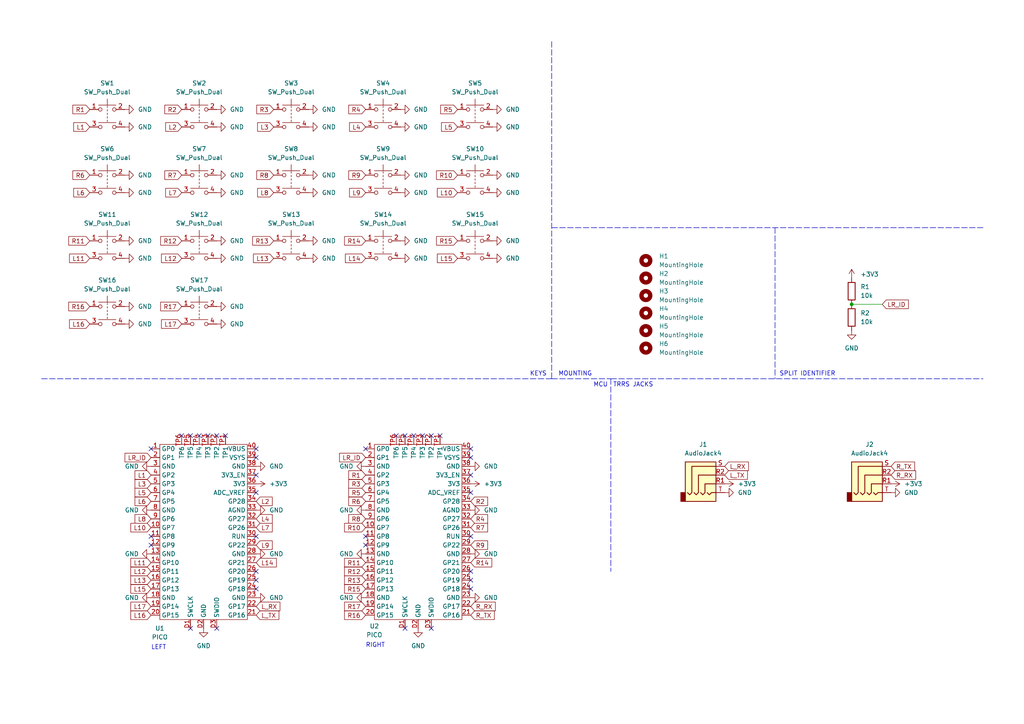
<source format=kicad_sch>
(kicad_sch (version 20210621) (generator eeschema)
  (paper "A4")
  (title_block (title "pinci") (date "2021-08-15") (rev "A") (comment 1 "The pinci keyboard is a split keyboard that utilizes PG1232 switches and the RP2040 MCU"))
  (lib_symbols
    (symbol "Connector:AudioJack4"
      (property "Reference" "J" (at 0 8.89 0))
      (property "Value" "AudioJack4" (at 0 6.35 0))
      (symbol "AudioJack4_0_1"
        (rectangle (start -6.35 -5.08) (end -7.62 -7.62) (stroke (width 0.254)) (fill (type outline)))
        (rectangle (start 2.54 3.81) (end -6.35 -7.62) (stroke (width 0.254)) (fill (type background)))
        (polyline (pts (xy 0 -5.08) (xy 0.635 -5.715) (xy 1.27 -5.08) (xy 2.54 -5.08)) (stroke (width 0.254)))
        (polyline (pts (xy -5.715 -5.08) (xy -5.08 -5.715) (xy -4.445 -5.08) (xy -4.445 2.54) (xy 2.54 2.54)) (stroke (width 0.254)))
        (polyline (pts (xy -1.905 -5.08) (xy -1.27 -5.715) (xy -0.635 -5.08) (xy -0.635 -2.54) (xy 2.54 -2.54)) (stroke (width 0.254)))
        (polyline (pts (xy 2.54 0) (xy -2.54 0) (xy -2.54 -5.08) (xy -3.175 -5.715) (xy -3.81 -5.08)) (stroke (width 0.254)))
      )
      (symbol "AudioJack4_1_1"
        (pin passive line (at 5.08 -2.54 180) (length 2.54) (name "~") (number "R1"))
        (pin passive line (at 5.08 0 180) (length 2.54) (name "~") (number "R2"))
        (pin passive line (at 5.08 2.54 180) (length 2.54) (name "~") (number "S"))
        (pin passive line (at 5.08 -5.08 180) (length 2.54) (name "~") (number "T"))
      )
    )
    (symbol "Device:R" (pin_numbers hide) (pin_names (offset 0))
      (property "Reference" "R" (at 2.032 0 90))
      (property "Value" "R" (at 0 0 90))
      (symbol "R_0_1"
        (rectangle (start -1.016 -2.54) (end 1.016 2.54) (stroke (width 0.254)))
      )
      (symbol "R_1_1"
        (pin passive line (at 0 3.81 270) (length 1.27) (name "~") (number "1"))
        (pin passive line (at 0 -3.81 90) (length 1.27) (name "~") (number "2"))
      )
    )
    (symbol "Mechanical:MountingHole" (pin_names (offset 1.016))
      (property "Reference" "H" (at 0 5.08 0))
      (property "Value" "MountingHole" (at 0 3.175 0))
      (symbol "MountingHole_0_1"
        (circle (center 0 0) (radius 1.27) (stroke (width 1.27)))
      )
    )
    (symbol "Switch:SW_Push_Dual" (pin_names (offset 1.016) hide)
      (property "Reference" "SW" (at 1.27 2.54 0))
      (property "Value" "SW_Push_Dual" (at 0 -6.858 0))
      (symbol "SW_Push_Dual_0_1"
        (circle (center -2.032 -5.08) (radius 0.508))
        (circle (center -2.032 0) (radius 0.508))
        (circle (center 2.032 -5.08) (radius 0.508))
        (circle (center 2.032 0) (radius 0.508))
        (polyline (pts (xy 0 -3.048) (xy 0 -3.556)))
        (polyline (pts (xy 0 -2.032) (xy 0 -2.54)))
        (polyline (pts (xy 0 -1.524) (xy 0 -1.016)))
        (polyline (pts (xy 0 -0.508) (xy 0 0)))
        (polyline (pts (xy 0 0.508) (xy 0 1.016)))
        (polyline (pts (xy 0 1.27) (xy 0 3.048)))
        (polyline (pts (xy 2.54 -3.81) (xy -2.54 -3.81)))
        (polyline (pts (xy 2.54 1.27) (xy -2.54 1.27)))
        (pin passive line (at -5.08 0 0) (length 2.54) (name "1") (number "1"))
        (pin passive line (at 5.08 0 180) (length 2.54) (name "2") (number "2"))
        (pin passive line (at -5.08 -5.08 0) (length 2.54) (name "3") (number "3"))
        (pin passive line (at 5.08 -5.08 180) (length 2.54) (name "4") (number "4"))
      )
    )
    (symbol "modules:PICO"
      (property "Reference" "U" (at -12.7 -55.88 0))
      (property "Value" "PICO" (at -12.7 -53.34 0))
      (symbol "PICO_0_1"
        (rectangle (start -12.7 0) (end 12.7 -50.8) (stroke (width 0.1524)))
      )
      (symbol "PICO_1_1"
        (pin input line (at -15.24 -1.27 0) (length 2.54) (name "GP0") (number "1"))
        (pin input line (at -15.24 -24.13 0) (length 2.54) (name "GP7") (number "10"))
        (pin input line (at -15.24 -26.67 0) (length 2.54) (name "GP8") (number "11"))
        (pin input line (at -15.24 -29.21 0) (length 2.54) (name "GP9") (number "12"))
        (pin input line (at -15.24 -31.75 0) (length 2.54) (name "GND") (number "13"))
        (pin input line (at -15.24 -34.29 0) (length 2.54) (name "GP10") (number "14"))
        (pin input line (at -15.24 -36.83 0) (length 2.54) (name "GP11") (number "15"))
        (pin input line (at -15.24 -39.37 0) (length 2.54) (name "GP12") (number "16"))
        (pin input line (at -15.24 -41.91 0) (length 2.54) (name "GP13") (number "17"))
        (pin input line (at -15.24 -44.45 0) (length 2.54) (name "GND") (number "18"))
        (pin input line (at -15.24 -46.99 0) (length 2.54) (name "GP14") (number "19"))
        (pin input line (at -15.24 -3.81 0) (length 2.54) (name "GP1") (number "2"))
        (pin input line (at -15.24 -49.53 0) (length 2.54) (name "GP15") (number "20"))
        (pin input line (at 15.24 -49.53 180) (length 2.54) (name "GP16") (number "21"))
        (pin input line (at 15.24 -46.99 180) (length 2.54) (name "GP17") (number "22"))
        (pin input line (at 15.24 -44.45 180) (length 2.54) (name "GND") (number "23"))
        (pin input line (at 15.24 -41.91 180) (length 2.54) (name "GP18") (number "24"))
        (pin input line (at 15.24 -39.37 180) (length 2.54) (name "GP19") (number "25"))
        (pin input line (at 15.24 -36.83 180) (length 2.54) (name "GP20") (number "26"))
        (pin input line (at 15.24 -34.29 180) (length 2.54) (name "GP21") (number "27"))
        (pin input line (at 15.24 -31.75 180) (length 2.54) (name "GND") (number "28"))
        (pin input line (at 15.24 -29.21 180) (length 2.54) (name "GP22") (number "29"))
        (pin input line (at -15.24 -6.35 0) (length 2.54) (name "GND") (number "3"))
        (pin input line (at 15.24 -26.67 180) (length 2.54) (name "RUN") (number "30"))
        (pin input line (at 15.24 -24.13 180) (length 2.54) (name "GP26") (number "31"))
        (pin input line (at 15.24 -21.59 180) (length 2.54) (name "GP27") (number "32"))
        (pin input line (at 15.24 -19.05 180) (length 2.54) (name "AGND") (number "33"))
        (pin input line (at 15.24 -16.51 180) (length 2.54) (name "GP28") (number "34"))
        (pin input line (at 15.24 -13.97 180) (length 2.54) (name "ADC_VREF") (number "35"))
        (pin input line (at 15.24 -11.43 180) (length 2.54) (name "3V3") (number "36"))
        (pin input line (at 15.24 -8.89 180) (length 2.54) (name "3V3_EN") (number "37"))
        (pin input line (at 15.24 -6.35 180) (length 2.54) (name "GND") (number "38"))
        (pin input line (at 15.24 -3.81 180) (length 2.54) (name "VSYS") (number "39"))
        (pin input line (at -15.24 -8.89 0) (length 2.54) (name "GP2") (number "4"))
        (pin input line (at 15.24 -1.27 180) (length 2.54) (name "VBUS") (number "40"))
        (pin input line (at -15.24 -11.43 0) (length 2.54) (name "GP3") (number "5"))
        (pin input line (at -15.24 -13.97 0) (length 2.54) (name "GP4") (number "6"))
        (pin input line (at -15.24 -16.51 0) (length 2.54) (name "GP5") (number "7"))
        (pin input line (at -15.24 -19.05 0) (length 2.54) (name "GND") (number "8"))
        (pin input line (at -15.24 -21.59 0) (length 2.54) (name "GP6") (number "9"))
        (pin input line (at -3.81 -53.34 90) (length 2.54) (name "SWCLK") (number "D1"))
        (pin input line (at 0 -53.34 90) (length 2.54) (name "GND") (number "D2"))
        (pin input line (at 3.81 -53.34 90) (length 2.54) (name "SWDIO") (number "D3"))
        (pin output line (at 6.35 2.54 270) (length 2.54) (name "TP1") (number "TP1"))
        (pin output line (at 3.81 2.54 270) (length 2.54) (name "TP2") (number "TP2"))
        (pin output line (at 1.27 2.54 270) (length 2.54) (name "TP3") (number "TP3"))
        (pin output line (at -1.27 2.54 270) (length 2.54) (name "TP4") (number "TP4"))
        (pin output line (at -3.81 2.54 270) (length 2.54) (name "TP5") (number "TP5"))
        (pin output line (at -6.35 2.54 270) (length 2.54) (name "TP6") (number "TP6"))
      )
    )
    (symbol "power:+3V3" (power) (pin_names (offset 0))
      (property "Value" "+3V3" (at 0 3.556 0))
      (symbol "+3V3_0_1"
        (polyline (pts (xy -0.762 1.27) (xy 0 2.54)))
        (polyline (pts (xy 0 0) (xy 0 2.54)))
        (polyline (pts (xy 0 2.54) (xy 0.762 1.27)))
      )
      (symbol "+3V3_1_1"
        (pin power_in line (at 0 0 90) (length 0) hide (name "+3V3") (number "1"))
      )
    )
    (symbol "power:GND" (power) (pin_names (offset 0))
      (property "Value" "GND" (at 0 -3.81 0))
      (symbol "GND_0_1"
        (polyline (pts (xy 0 0) (xy 0 -1.27) (xy 1.27 -1.27) (xy 0 -2.54) (xy -1.27 -1.27) (xy 0 -1.27)))
      )
      (symbol "GND_1_1"
        (pin power_in line (at 0 0 270) (length 0) hide (name "GND") (number "1"))
      )
    )
  )
  (junction (at 247.015 88.265) (diameter 0.9144))
  (no_connect (at 43.815 130.175))
  (no_connect (at 43.815 155.575))
  (no_connect (at 43.815 158.115))
  (no_connect (at 52.705 126.365))
  (no_connect (at 55.245 126.365))
  (no_connect (at 55.245 182.245))
  (no_connect (at 57.785 126.365))
  (no_connect (at 60.325 126.365))
  (no_connect (at 62.865 126.365))
  (no_connect (at 62.865 182.245))
  (no_connect (at 65.405 126.365))
  (no_connect (at 74.295 130.175))
  (no_connect (at 74.295 132.715))
  (no_connect (at 74.295 137.795))
  (no_connect (at 74.295 142.875))
  (no_connect (at 74.295 155.575))
  (no_connect (at 74.295 165.735))
  (no_connect (at 74.295 168.275))
  (no_connect (at 74.295 170.815))
  (no_connect (at 106.045 130.175))
  (no_connect (at 106.045 155.575))
  (no_connect (at 106.045 158.115))
  (no_connect (at 114.935 126.365))
  (no_connect (at 117.475 126.365))
  (no_connect (at 117.475 182.245))
  (no_connect (at 120.015 126.365))
  (no_connect (at 122.555 126.365))
  (no_connect (at 125.095 126.365))
  (no_connect (at 125.095 182.245))
  (no_connect (at 127.635 126.365))
  (no_connect (at 136.525 130.175))
  (no_connect (at 136.525 132.715))
  (no_connect (at 136.525 137.795))
  (no_connect (at 136.525 142.875))
  (no_connect (at 136.525 155.575))
  (no_connect (at 136.525 165.735))
  (no_connect (at 136.525 168.275))
  (no_connect (at 136.525 170.815))
  (wire (pts (xy 247.015 88.265) (xy 255.905 88.265)))
  (polyline (pts (xy 12.065 109.855) (xy 160.02 109.855)) (stroke (width 0) (type dash)))
  (polyline (pts (xy 160.02 12.065) (xy 160.02 109.855)) (stroke (width 0) (type dash)))
  (polyline (pts (xy 160.02 66.04) (xy 285.115 66.04)) (stroke (width 0) (type dash)))
  (polyline (pts (xy 160.02 109.855) (xy 177.165 109.855)) (stroke (width 0) (type dash)))
  (polyline (pts (xy 177.165 109.855) (xy 177.165 165.735)) (stroke (width 0) (type dash)))
  (polyline (pts (xy 177.165 109.855) (xy 285.115 109.855)) (stroke (width 0) (type dash)))
  (polyline (pts (xy 224.79 66.04) (xy 224.79 109.855)) (stroke (width 0) (type dash)))
  (text "LEFT" (at 43.815 188.595 0) (effects (font (size 1.27 1.27)) (justify left bottom)))
  (text "RIGHT" (at 106.045 187.96 0) (effects (font (size 1.27 1.27)) (justify left bottom)))
  (text "KEYS" (at 153.67 109.22 0) (effects (font (size 1.27 1.27)) (justify left bottom)))
  (text "MOUNTING" (at 161.925 109.22 0) (effects (font (size 1.27 1.27)) (justify left bottom)))
  (text "MCU" (at 172.085 112.395 0) (effects (font (size 1.27 1.27)) (justify left bottom)))
  (text "TRRS JACKS" (at 177.8 112.395 0) (effects (font (size 1.27 1.27)) (justify left bottom)))
  (text "SPLIT IDENTIFIER" (at 226.06 109.22 0) (effects (font (size 1.27 1.27)) (justify left bottom)))
  (global_label "R1" (shape input) (at 26.035 31.75 180) (property "Intersheet References" "${INTERSHEET_REFS}" (effects hide)))
  (global_label "L1" (shape input) (at 26.035 36.83 180) (property "Intersheet References" "${INTERSHEET_REFS}" (effects hide)))
  (global_label "R6" (shape input) (at 26.035 50.8 180) (property "Intersheet References" "${INTERSHEET_REFS}" (effects hide)))
  (global_label "L6" (shape input) (at 26.035 55.88 180) (property "Intersheet References" "${INTERSHEET_REFS}" (effects hide)))
  (global_label "R11" (shape input) (at 26.035 69.85 180) (property "Intersheet References" "${INTERSHEET_REFS}" (effects hide)))
  (global_label "L11" (shape input) (at 26.035 74.93 180) (property "Intersheet References" "${INTERSHEET_REFS}" (effects hide)))
  (global_label "R16" (shape input) (at 26.035 88.9 180) (property "Intersheet References" "${INTERSHEET_REFS}" (effects hide)))
  (global_label "L16" (shape input) (at 26.035 93.98 180) (property "Intersheet References" "${INTERSHEET_REFS}" (effects hide)))
  (global_label "LR_ID" (shape input) (at 43.815 132.715 180) (property "Intersheet References" "${INTERSHEET_REFS}" (effects hide)))
  (global_label "L1" (shape input) (at 43.815 137.795 180) (property "Intersheet References" "${INTERSHEET_REFS}" (effects hide)))
  (global_label "L3" (shape input) (at 43.815 140.335 180) (property "Intersheet References" "${INTERSHEET_REFS}" (effects hide)))
  (global_label "L5" (shape input) (at 43.815 142.875 180) (property "Intersheet References" "${INTERSHEET_REFS}" (effects hide)))
  (global_label "L6" (shape input) (at 43.815 145.415 180) (property "Intersheet References" "${INTERSHEET_REFS}" (effects hide)))
  (global_label "L8" (shape input) (at 43.815 150.495 180) (property "Intersheet References" "${INTERSHEET_REFS}" (effects hide)))
  (global_label "L10" (shape input) (at 43.815 153.035 180) (property "Intersheet References" "${INTERSHEET_REFS}" (effects hide)))
  (global_label "L11" (shape input) (at 43.815 163.195 180) (property "Intersheet References" "${INTERSHEET_REFS}" (effects hide)))
  (global_label "L12" (shape input) (at 43.815 165.735 180) (property "Intersheet References" "${INTERSHEET_REFS}" (effects hide)))
  (global_label "L13" (shape input) (at 43.815 168.275 180) (property "Intersheet References" "${INTERSHEET_REFS}" (effects hide)))
  (global_label "L15" (shape input) (at 43.815 170.815 180) (property "Intersheet References" "${INTERSHEET_REFS}" (effects hide)))
  (global_label "L17" (shape input) (at 43.815 175.895 180) (property "Intersheet References" "${INTERSHEET_REFS}" (effects hide)))
  (global_label "L16" (shape input) (at 43.815 178.435 180) (property "Intersheet References" "${INTERSHEET_REFS}" (effects hide)))
  (global_label "R2" (shape input) (at 52.705 31.75 180) (property "Intersheet References" "${INTERSHEET_REFS}" (effects hide)))
  (global_label "L2" (shape input) (at 52.705 36.83 180) (property "Intersheet References" "${INTERSHEET_REFS}" (effects hide)))
  (global_label "R7" (shape input) (at 52.705 50.8 180) (property "Intersheet References" "${INTERSHEET_REFS}" (effects hide)))
  (global_label "L7" (shape input) (at 52.705 55.88 180) (property "Intersheet References" "${INTERSHEET_REFS}" (effects hide)))
  (global_label "R12" (shape input) (at 52.705 69.85 180) (property "Intersheet References" "${INTERSHEET_REFS}" (effects hide)))
  (global_label "L12" (shape input) (at 52.705 74.93 180) (property "Intersheet References" "${INTERSHEET_REFS}" (effects hide)))
  (global_label "R17" (shape input) (at 52.705 88.9 180) (property "Intersheet References" "${INTERSHEET_REFS}" (effects hide)))
  (global_label "L17" (shape input) (at 52.705 93.98 180) (property "Intersheet References" "${INTERSHEET_REFS}" (effects hide)))
  (global_label "L2" (shape input) (at 74.295 145.415 0) (property "Intersheet References" "${INTERSHEET_REFS}" (effects hide)))
  (global_label "L4" (shape input) (at 74.295 150.495 0) (property "Intersheet References" "${INTERSHEET_REFS}" (effects hide)))
  (global_label "L7" (shape input) (at 74.295 153.035 0) (property "Intersheet References" "${INTERSHEET_REFS}" (effects hide)))
  (global_label "L9" (shape input) (at 74.295 158.115 0) (property "Intersheet References" "${INTERSHEET_REFS}" (effects hide)))
  (global_label "L14" (shape input) (at 74.295 163.195 0) (property "Intersheet References" "${INTERSHEET_REFS}" (effects hide)))
  (global_label "L_RX" (shape input) (at 74.295 175.895 0) (property "Intersheet References" "${INTERSHEET_REFS}" (effects hide)))
  (global_label "L_TX" (shape input) (at 74.295 178.435 0) (property "Intersheet References" "${INTERSHEET_REFS}" (effects hide)))
  (global_label "R3" (shape input) (at 79.375 31.75 180) (property "Intersheet References" "${INTERSHEET_REFS}" (effects hide)))
  (global_label "L3" (shape input) (at 79.375 36.83 180) (property "Intersheet References" "${INTERSHEET_REFS}" (effects hide)))
  (global_label "R8" (shape input) (at 79.375 50.8 180) (property "Intersheet References" "${INTERSHEET_REFS}" (effects hide)))
  (global_label "L8" (shape input) (at 79.375 55.88 180) (property "Intersheet References" "${INTERSHEET_REFS}" (effects hide)))
  (global_label "R13" (shape input) (at 79.375 69.85 180) (property "Intersheet References" "${INTERSHEET_REFS}" (effects hide)))
  (global_label "L13" (shape input) (at 79.375 74.93 180) (property "Intersheet References" "${INTERSHEET_REFS}" (effects hide)))
  (global_label "R4" (shape input) (at 106.045 31.75 180) (property "Intersheet References" "${INTERSHEET_REFS}" (effects hide)))
  (global_label "L4" (shape input) (at 106.045 36.83 180) (property "Intersheet References" "${INTERSHEET_REFS}" (effects hide)))
  (global_label "R9" (shape input) (at 106.045 50.8 180) (property "Intersheet References" "${INTERSHEET_REFS}" (effects hide)))
  (global_label "L9" (shape input) (at 106.045 55.88 180) (property "Intersheet References" "${INTERSHEET_REFS}" (effects hide)))
  (global_label "R14" (shape input) (at 106.045 69.85 180) (property "Intersheet References" "${INTERSHEET_REFS}" (effects hide)))
  (global_label "L14" (shape input) (at 106.045 74.93 180) (property "Intersheet References" "${INTERSHEET_REFS}" (effects hide)))
  (global_label "LR_ID" (shape input) (at 106.045 132.715 180) (property "Intersheet References" "${INTERSHEET_REFS}" (effects hide)))
  (global_label "R1" (shape input) (at 106.045 137.795 180) (property "Intersheet References" "${INTERSHEET_REFS}" (effects hide)))
  (global_label "R3" (shape input) (at 106.045 140.335 180) (property "Intersheet References" "${INTERSHEET_REFS}" (effects hide)))
  (global_label "R5" (shape input) (at 106.045 142.875 180) (property "Intersheet References" "${INTERSHEET_REFS}" (effects hide)))
  (global_label "R6" (shape input) (at 106.045 145.415 180) (property "Intersheet References" "${INTERSHEET_REFS}" (effects hide)))
  (global_label "R8" (shape input) (at 106.045 150.495 180) (property "Intersheet References" "${INTERSHEET_REFS}" (effects hide)))
  (global_label "R10" (shape input) (at 106.045 153.035 180) (property "Intersheet References" "${INTERSHEET_REFS}" (effects hide)))
  (global_label "R11" (shape input) (at 106.045 163.195 180) (property "Intersheet References" "${INTERSHEET_REFS}" (effects hide)))
  (global_label "R12" (shape input) (at 106.045 165.735 180) (property "Intersheet References" "${INTERSHEET_REFS}" (effects hide)))
  (global_label "R13" (shape input) (at 106.045 168.275 180) (property "Intersheet References" "${INTERSHEET_REFS}" (effects hide)))
  (global_label "R15" (shape input) (at 106.045 170.815 180) (property "Intersheet References" "${INTERSHEET_REFS}" (effects hide)))
  (global_label "R17" (shape input) (at 106.045 175.895 180) (property "Intersheet References" "${INTERSHEET_REFS}" (effects hide)))
  (global_label "R16" (shape input) (at 106.045 178.435 180) (property "Intersheet References" "${INTERSHEET_REFS}" (effects hide)))
  (global_label "R5" (shape input) (at 132.715 31.75 180) (property "Intersheet References" "${INTERSHEET_REFS}" (effects hide)))
  (global_label "L5" (shape input) (at 132.715 36.83 180) (property "Intersheet References" "${INTERSHEET_REFS}" (effects hide)))
  (global_label "R10" (shape input) (at 132.715 50.8 180) (property "Intersheet References" "${INTERSHEET_REFS}" (effects hide)))
  (global_label "L10" (shape input) (at 132.715 55.88 180) (property "Intersheet References" "${INTERSHEET_REFS}" (effects hide)))
  (global_label "R15" (shape input) (at 132.715 69.85 180) (property "Intersheet References" "${INTERSHEET_REFS}" (effects hide)))
  (global_label "L15" (shape input) (at 132.715 74.93 180) (property "Intersheet References" "${INTERSHEET_REFS}" (effects hide)))
  (global_label "R2" (shape input) (at 136.525 145.415 0) (property "Intersheet References" "${INTERSHEET_REFS}" (effects hide)))
  (global_label "R4" (shape input) (at 136.525 150.495 0) (property "Intersheet References" "${INTERSHEET_REFS}" (effects hide)))
  (global_label "R7" (shape input) (at 136.525 153.035 0) (property "Intersheet References" "${INTERSHEET_REFS}" (effects hide)))
  (global_label "R9" (shape input) (at 136.525 158.115 0) (property "Intersheet References" "${INTERSHEET_REFS}" (effects hide)))
  (global_label "R14" (shape input) (at 136.525 163.195 0) (property "Intersheet References" "${INTERSHEET_REFS}" (effects hide)))
  (global_label "R_RX" (shape input) (at 136.525 175.895 0) (property "Intersheet References" "${INTERSHEET_REFS}" (effects hide)))
  (global_label "R_TX" (shape input) (at 136.525 178.435 0) (property "Intersheet References" "${INTERSHEET_REFS}" (effects hide)))
  (global_label "L_RX" (shape input) (at 210.185 135.255 0) (property "Intersheet References" "${INTERSHEET_REFS}" (effects hide)))
  (global_label "L_TX" (shape input) (at 210.185 137.795 0) (property "Intersheet References" "${INTERSHEET_REFS}" (effects hide)))
  (global_label "LR_ID" (shape input) (at 255.905 88.265 0) (property "Intersheet References" "${INTERSHEET_REFS}" (effects hide)))
  (global_label "R_TX" (shape input) (at 258.445 135.255 0) (property "Intersheet References" "${INTERSHEET_REFS}" (effects hide)))
  (global_label "R_RX" (shape input) (at 258.445 137.795 0) (property "Intersheet References" "${INTERSHEET_REFS}" (effects hide)))
  (symbol (lib_id "power:+3V3") (at 74.295 140.335 270) (unit 1)
    (property "Reference" "#PWR05" (effects hide))
    (property "Value" "+3V3" (at 78.105 140.3349 90) (effects (justify left)))
  )
  (symbol (lib_id "power:+3V3") (at 136.525 140.335 270) (unit 1)
    (property "Reference" "#PWR06" (effects hide))
    (property "Value" "+3V3" (at 140.335 140.3349 90) (effects (justify left)))
  )
  (symbol (lib_id "power:+3V3") (at 210.185 140.335 270) (unit 1)
    (property "Reference" "#PWR022" (effects hide))
    (property "Value" "+3V3" (at 213.995 140.3349 90) (effects (justify left)))
  )
  (symbol (lib_id "power:+3V3") (at 247.015 80.645 0) (unit 1)
    (property "Reference" "#PWR021" (effects hide))
    (property "Value" "+3V3" (at 249.555 79.5654 0) (effects (justify left)))
  )
  (symbol (lib_id "power:+3V3") (at 258.445 140.335 270) (unit 1)
    (property "Reference" "#PWR023" (effects hide))
    (property "Value" "+3V3" (at 262.255 140.3349 90) (effects (justify left)))
  )
  (symbol (lib_id "power:GND") (at 36.195 31.75 90) (unit 1)
    (property "Reference" "#PWR027" (effects hide))
    (property "Value" "GND" (at 40.005 31.7499 90) (effects (justify right)))
  )
  (symbol (lib_id "power:GND") (at 36.195 36.83 90) (unit 1)
    (property "Reference" "#PWR032" (effects hide))
    (property "Value" "GND" (at 40.005 36.8299 90) (effects (justify right)))
  )
  (symbol (lib_id "power:GND") (at 36.195 50.8 90) (unit 1)
    (property "Reference" "#PWR037" (effects hide))
    (property "Value" "GND" (at 40.005 50.7999 90) (effects (justify right)))
  )
  (symbol (lib_id "power:GND") (at 36.195 55.88 90) (unit 1)
    (property "Reference" "#PWR042" (effects hide))
    (property "Value" "GND" (at 40.005 55.8799 90) (effects (justify right)))
  )
  (symbol (lib_id "power:GND") (at 36.195 69.85 90) (unit 1)
    (property "Reference" "#PWR047" (effects hide))
    (property "Value" "GND" (at 40.005 69.8499 90) (effects (justify right)))
  )
  (symbol (lib_id "power:GND") (at 36.195 74.93 90) (unit 1)
    (property "Reference" "#PWR052" (effects hide))
    (property "Value" "GND" (at 40.005 74.9299 90) (effects (justify right)))
  )
  (symbol (lib_id "power:GND") (at 36.195 88.9 90) (unit 1)
    (property "Reference" "#PWR057" (effects hide))
    (property "Value" "GND" (at 40.005 88.8999 90) (effects (justify right)))
  )
  (symbol (lib_id "power:GND") (at 36.195 93.98 90) (unit 1)
    (property "Reference" "#PWR059" (effects hide))
    (property "Value" "GND" (at 40.005 93.9799 90) (effects (justify right)))
  )
  (symbol (lib_id "power:GND") (at 43.815 135.255 270) (unit 1)
    (property "Reference" "#PWR01" (effects hide))
    (property "Value" "GND" (at 36.195 135.2549 90) (effects (justify left)))
  )
  (symbol (lib_id "power:GND") (at 43.815 147.955 270) (unit 1)
    (property "Reference" "#PWR07" (effects hide))
    (property "Value" "GND" (at 36.195 147.9549 90) (effects (justify left)))
  )
  (symbol (lib_id "power:GND") (at 43.815 160.655 270) (unit 1)
    (property "Reference" "#PWR011" (effects hide))
    (property "Value" "GND" (at 36.195 160.6549 90) (effects (justify left)))
  )
  (symbol (lib_id "power:GND") (at 43.815 173.355 270) (unit 1)
    (property "Reference" "#PWR015" (effects hide))
    (property "Value" "GND" (at 36.195 173.3549 90) (effects (justify left)))
  )
  (symbol (lib_id "power:GND") (at 59.055 182.245 0) (unit 1)
    (property "Reference" "#PWR019" (effects hide))
    (property "Value" "GND" (at 59.055 187.325 0))
  )
  (symbol (lib_id "power:GND") (at 62.865 31.75 90) (unit 1)
    (property "Reference" "#PWR028" (effects hide))
    (property "Value" "GND" (at 66.675 31.7499 90) (effects (justify right)))
  )
  (symbol (lib_id "power:GND") (at 62.865 36.83 90) (unit 1)
    (property "Reference" "#PWR033" (effects hide))
    (property "Value" "GND" (at 66.675 36.8299 90) (effects (justify right)))
  )
  (symbol (lib_id "power:GND") (at 62.865 50.8 90) (unit 1)
    (property "Reference" "#PWR038" (effects hide))
    (property "Value" "GND" (at 66.675 50.7999 90) (effects (justify right)))
  )
  (symbol (lib_id "power:GND") (at 62.865 55.88 90) (unit 1)
    (property "Reference" "#PWR043" (effects hide))
    (property "Value" "GND" (at 66.675 55.8799 90) (effects (justify right)))
  )
  (symbol (lib_id "power:GND") (at 62.865 69.85 90) (unit 1)
    (property "Reference" "#PWR048" (effects hide))
    (property "Value" "GND" (at 66.675 69.8499 90) (effects (justify right)))
  )
  (symbol (lib_id "power:GND") (at 62.865 74.93 90) (unit 1)
    (property "Reference" "#PWR053" (effects hide))
    (property "Value" "GND" (at 66.675 74.9299 90) (effects (justify right)))
  )
  (symbol (lib_id "power:GND") (at 62.865 88.9 90) (unit 1)
    (property "Reference" "#PWR058" (effects hide))
    (property "Value" "GND" (at 66.675 88.8999 90) (effects (justify right)))
  )
  (symbol (lib_id "power:GND") (at 62.865 93.98 90) (unit 1)
    (property "Reference" "#PWR060" (effects hide))
    (property "Value" "GND" (at 66.675 93.9799 90) (effects (justify right)))
  )
  (symbol (lib_id "power:GND") (at 74.295 135.255 90) (unit 1)
    (property "Reference" "#PWR02" (effects hide))
    (property "Value" "GND" (at 78.105 135.2549 90) (effects (justify right)))
  )
  (symbol (lib_id "power:GND") (at 74.295 147.955 90) (unit 1)
    (property "Reference" "#PWR08" (effects hide))
    (property "Value" "GND" (at 78.105 147.9549 90) (effects (justify right)))
  )
  (symbol (lib_id "power:GND") (at 74.295 160.655 90) (unit 1)
    (property "Reference" "#PWR012" (effects hide))
    (property "Value" "GND" (at 78.105 160.6549 90) (effects (justify right)))
  )
  (symbol (lib_id "power:GND") (at 74.295 173.355 90) (unit 1)
    (property "Reference" "#PWR016" (effects hide))
    (property "Value" "GND" (at 78.105 173.3549 90) (effects (justify right)))
  )
  (symbol (lib_id "power:GND") (at 89.535 31.75 90) (unit 1)
    (property "Reference" "#PWR029" (effects hide))
    (property "Value" "GND" (at 93.345 31.7499 90) (effects (justify right)))
  )
  (symbol (lib_id "power:GND") (at 89.535 36.83 90) (unit 1)
    (property "Reference" "#PWR034" (effects hide))
    (property "Value" "GND" (at 93.345 36.8299 90) (effects (justify right)))
  )
  (symbol (lib_id "power:GND") (at 89.535 50.8 90) (unit 1)
    (property "Reference" "#PWR039" (effects hide))
    (property "Value" "GND" (at 93.345 50.7999 90) (effects (justify right)))
  )
  (symbol (lib_id "power:GND") (at 89.535 55.88 90) (unit 1)
    (property "Reference" "#PWR044" (effects hide))
    (property "Value" "GND" (at 93.345 55.8799 90) (effects (justify right)))
  )
  (symbol (lib_id "power:GND") (at 89.535 69.85 90) (unit 1)
    (property "Reference" "#PWR049" (effects hide))
    (property "Value" "GND" (at 93.345 69.8499 90) (effects (justify right)))
  )
  (symbol (lib_id "power:GND") (at 89.535 74.93 90) (unit 1)
    (property "Reference" "#PWR054" (effects hide))
    (property "Value" "GND" (at 93.345 74.9299 90) (effects (justify right)))
  )
  (symbol (lib_id "power:GND") (at 106.045 135.255 270) (unit 1)
    (property "Reference" "#PWR03" (effects hide))
    (property "Value" "GND" (at 98.425 135.2549 90) (effects (justify left)))
  )
  (symbol (lib_id "power:GND") (at 106.045 147.955 270) (unit 1)
    (property "Reference" "#PWR09" (effects hide))
    (property "Value" "GND" (at 98.425 147.9549 90) (effects (justify left)))
  )
  (symbol (lib_id "power:GND") (at 106.045 160.655 270) (unit 1)
    (property "Reference" "#PWR013" (effects hide))
    (property "Value" "GND" (at 98.425 160.6549 90) (effects (justify left)))
  )
  (symbol (lib_id "power:GND") (at 106.045 173.355 270) (unit 1)
    (property "Reference" "#PWR017" (effects hide))
    (property "Value" "GND" (at 98.425 173.3549 90) (effects (justify left)))
  )
  (symbol (lib_id "power:GND") (at 116.205 31.75 90) (unit 1)
    (property "Reference" "#PWR030" (effects hide))
    (property "Value" "GND" (at 120.015 31.7499 90) (effects (justify right)))
  )
  (symbol (lib_id "power:GND") (at 116.205 36.83 90) (unit 1)
    (property "Reference" "#PWR035" (effects hide))
    (property "Value" "GND" (at 120.015 36.8299 90) (effects (justify right)))
  )
  (symbol (lib_id "power:GND") (at 116.205 50.8 90) (unit 1)
    (property "Reference" "#PWR040" (effects hide))
    (property "Value" "GND" (at 120.015 50.7999 90) (effects (justify right)))
  )
  (symbol (lib_id "power:GND") (at 116.205 55.88 90) (unit 1)
    (property "Reference" "#PWR045" (effects hide))
    (property "Value" "GND" (at 120.015 55.8799 90) (effects (justify right)))
  )
  (symbol (lib_id "power:GND") (at 116.205 69.85 90) (unit 1)
    (property "Reference" "#PWR050" (effects hide))
    (property "Value" "GND" (at 120.015 69.8499 90) (effects (justify right)))
  )
  (symbol (lib_id "power:GND") (at 116.205 74.93 90) (unit 1)
    (property "Reference" "#PWR055" (effects hide))
    (property "Value" "GND" (at 120.015 74.9299 90) (effects (justify right)))
  )
  (symbol (lib_id "power:GND") (at 121.285 182.245 0) (unit 1)
    (property "Reference" "#PWR020" (effects hide))
    (property "Value" "GND" (at 121.285 187.325 0))
  )
  (symbol (lib_id "power:GND") (at 136.525 135.255 90) (unit 1)
    (property "Reference" "#PWR04" (effects hide))
    (property "Value" "GND" (at 140.335 135.2549 90) (effects (justify right)))
  )
  (symbol (lib_id "power:GND") (at 136.525 147.955 90) (unit 1)
    (property "Reference" "#PWR010" (effects hide))
    (property "Value" "GND" (at 140.335 147.9549 90) (effects (justify right)))
  )
  (symbol (lib_id "power:GND") (at 136.525 160.655 90) (unit 1)
    (property "Reference" "#PWR014" (effects hide))
    (property "Value" "GND" (at 140.335 160.6549 90) (effects (justify right)))
  )
  (symbol (lib_id "power:GND") (at 136.525 173.355 90) (unit 1)
    (property "Reference" "#PWR018" (effects hide))
    (property "Value" "GND" (at 140.335 173.3549 90) (effects (justify right)))
  )
  (symbol (lib_id "power:GND") (at 142.875 31.75 90) (unit 1)
    (property "Reference" "#PWR031" (effects hide))
    (property "Value" "GND" (at 146.685 31.7499 90) (effects (justify right)))
  )
  (symbol (lib_id "power:GND") (at 142.875 36.83 90) (unit 1)
    (property "Reference" "#PWR036" (effects hide))
    (property "Value" "GND" (at 146.685 36.8299 90) (effects (justify right)))
  )
  (symbol (lib_id "power:GND") (at 142.875 50.8 90) (unit 1)
    (property "Reference" "#PWR041" (effects hide))
    (property "Value" "GND" (at 146.685 50.7999 90) (effects (justify right)))
  )
  (symbol (lib_id "power:GND") (at 142.875 55.88 90) (unit 1)
    (property "Reference" "#PWR046" (effects hide))
    (property "Value" "GND" (at 146.685 55.8799 90) (effects (justify right)))
  )
  (symbol (lib_id "power:GND") (at 142.875 69.85 90) (unit 1)
    (property "Reference" "#PWR051" (effects hide))
    (property "Value" "GND" (at 146.685 69.8499 90) (effects (justify right)))
  )
  (symbol (lib_id "power:GND") (at 142.875 74.93 90) (unit 1)
    (property "Reference" "#PWR056" (effects hide))
    (property "Value" "GND" (at 146.685 74.9299 90) (effects (justify right)))
  )
  (symbol (lib_id "power:GND") (at 210.185 142.875 90) (unit 1)
    (property "Reference" "#PWR024" (effects hide))
    (property "Value" "GND" (at 213.995 142.8749 90) (effects (justify right)))
  )
  (symbol (lib_id "power:GND") (at 247.015 95.885 0) (unit 1)
    (property "Reference" "#PWR026" (effects hide))
    (property "Value" "GND" (at 247.015 100.965 0))
  )
  (symbol (lib_id "power:GND") (at 258.445 142.875 90) (unit 1)
    (property "Reference" "#PWR025" (effects hide))
    (property "Value" "GND" (at 262.255 142.8749 90) (effects (justify right)))
  )
  (symbol (lib_id "Mechanical:MountingHole") (at 187.325 75.565 0) (unit 1)
    (property "Reference" "H1" (at 191.135 74.2949 0) (effects (justify left)))
    (property "Value" "MountingHole" (at 191.135 76.8349 0) (effects (justify left)))
    (property "Footprint" "mounting:90611A112_Screw_Mount_Nut" (effects hide))
  )
  (symbol (lib_id "Mechanical:MountingHole") (at 187.325 80.645 0) (unit 1)
    (property "Reference" "H2" (at 191.135 79.3749 0) (effects (justify left)))
    (property "Value" "MountingHole" (at 191.135 81.9149 0) (effects (justify left)))
    (property "Footprint" "mounting:90611A112_Screw_Mount_Nut" (effects hide))
  )
  (symbol (lib_id "Mechanical:MountingHole") (at 187.325 85.725 0) (unit 1)
    (property "Reference" "H3" (at 191.135 84.4549 0) (effects (justify left)))
    (property "Value" "MountingHole" (at 191.135 86.9949 0) (effects (justify left)))
    (property "Footprint" "mounting:M2_Hole" (effects hide))
  )
  (symbol (lib_id "Mechanical:MountingHole") (at 187.325 90.805 0) (unit 1)
    (property "Reference" "H4" (at 191.135 89.5349 0) (effects (justify left)))
    (property "Value" "MountingHole" (at 191.135 92.0749 0) (effects (justify left)))
    (property "Footprint" "mounting:M2_Hole" (effects hide))
  )
  (symbol (lib_id "Mechanical:MountingHole") (at 187.325 95.885 0) (unit 1)
    (property "Reference" "H5" (at 191.135 94.6149 0) (effects (justify left)))
    (property "Value" "MountingHole" (at 191.135 97.1549 0) (effects (justify left)))
    (property "Footprint" "mounting:M2_Hole" (effects hide))
  )
  (symbol (lib_id "Mechanical:MountingHole") (at 187.325 100.965 0) (unit 1)
    (property "Reference" "H6" (at 191.135 99.6949 0) (effects (justify left)))
    (property "Value" "MountingHole" (at 191.135 102.2349 0) (effects (justify left)))
    (property "Footprint" "mounting:M2_Hole" (effects hide))
  )
  (symbol (lib_id "Device:R") (at 247.015 84.455 180) (unit 1)
    (property "Reference" "R1" (at 249.555 83.1849 0) (effects (justify right)))
    (property "Value" "10k" (at 249.555 85.7249 0) (effects (justify right)))
    (property "Footprint" "Resistor_SMD:R_1206_3216Metric_Pad1.30x1.75mm_HandSolder" (effects hide))
  )
  (symbol (lib_id "Device:R") (at 247.015 92.075 180) (unit 1)
    (property "Reference" "R2" (at 249.555 90.8049 0) (effects (justify right)))
    (property "Value" "10k" (at 249.555 93.3449 0) (effects (justify right)))
    (property "Footprint" "Resistor_SMD:R_1206_3216Metric_Pad1.30x1.75mm_HandSolder" (effects hide))
  )
  (symbol (lib_id "Switch:SW_Push_Dual") (at 31.115 31.75 0) (unit 1)
    (property "Reference" "SW1" (at 31.115 24.13 0))
    (property "Value" "SW_Push_Dual" (at 31.115 26.67 0))
    (property "Footprint" "switches:Kailh_PG1232" (effects hide))
  )
  (symbol (lib_id "Switch:SW_Push_Dual") (at 31.115 50.8 0) (unit 1)
    (property "Reference" "SW6" (at 31.115 43.18 0))
    (property "Value" "SW_Push_Dual" (at 31.115 45.72 0))
    (property "Footprint" "switches:Kailh_PG1232" (effects hide))
  )
  (symbol (lib_id "Switch:SW_Push_Dual") (at 31.115 69.85 0) (unit 1)
    (property "Reference" "SW11" (at 31.115 62.23 0))
    (property "Value" "SW_Push_Dual" (at 31.115 64.77 0))
    (property "Footprint" "switches:Kailh_PG1232" (effects hide))
  )
  (symbol (lib_id "Switch:SW_Push_Dual") (at 31.115 88.9 0) (unit 1)
    (property "Reference" "SW16" (at 31.115 81.28 0))
    (property "Value" "SW_Push_Dual" (at 31.115 83.82 0))
    (property "Footprint" "switches:Kailh_PG1232" (effects hide))
  )
  (symbol (lib_id "Switch:SW_Push_Dual") (at 57.785 31.75 0) (unit 1)
    (property "Reference" "SW2" (at 57.785 24.13 0))
    (property "Value" "SW_Push_Dual" (at 57.785 26.67 0))
    (property "Footprint" "switches:Kailh_PG1232" (effects hide))
  )
  (symbol (lib_id "Switch:SW_Push_Dual") (at 57.785 50.8 0) (unit 1)
    (property "Reference" "SW7" (at 57.785 43.18 0))
    (property "Value" "SW_Push_Dual" (at 57.785 45.72 0))
    (property "Footprint" "switches:Kailh_PG1232" (effects hide))
  )
  (symbol (lib_id "Switch:SW_Push_Dual") (at 57.785 69.85 0) (unit 1)
    (property "Reference" "SW12" (at 57.785 62.23 0))
    (property "Value" "SW_Push_Dual" (at 57.785 64.77 0))
    (property "Footprint" "switches:Kailh_PG1232" (effects hide))
  )
  (symbol (lib_id "Switch:SW_Push_Dual") (at 57.785 88.9 0) (unit 1)
    (property "Reference" "SW17" (at 57.785 81.28 0))
    (property "Value" "SW_Push_Dual" (at 57.785 83.82 0))
    (property "Footprint" "switches:Kailh_PG1232" (effects hide))
  )
  (symbol (lib_id "Switch:SW_Push_Dual") (at 84.455 31.75 0) (unit 1)
    (property "Reference" "SW3" (at 84.455 24.13 0))
    (property "Value" "SW_Push_Dual" (at 84.455 26.67 0))
    (property "Footprint" "switches:Kailh_PG1232" (effects hide))
  )
  (symbol (lib_id "Switch:SW_Push_Dual") (at 84.455 50.8 0) (unit 1)
    (property "Reference" "SW8" (at 84.455 43.18 0))
    (property "Value" "SW_Push_Dual" (at 84.455 45.72 0))
    (property "Footprint" "switches:Kailh_PG1232" (effects hide))
  )
  (symbol (lib_id "Switch:SW_Push_Dual") (at 84.455 69.85 0) (unit 1)
    (property "Reference" "SW13" (at 84.455 62.23 0))
    (property "Value" "SW_Push_Dual" (at 84.455 64.77 0))
    (property "Footprint" "switches:Kailh_PG1232" (effects hide))
  )
  (symbol (lib_id "Switch:SW_Push_Dual") (at 111.125 31.75 0) (unit 1)
    (property "Reference" "SW4" (at 111.125 24.13 0))
    (property "Value" "SW_Push_Dual" (at 111.125 26.67 0))
    (property "Footprint" "switches:Kailh_PG1232" (effects hide))
  )
  (symbol (lib_id "Switch:SW_Push_Dual") (at 111.125 50.8 0) (unit 1)
    (property "Reference" "SW9" (at 111.125 43.18 0))
    (property "Value" "SW_Push_Dual" (at 111.125 45.72 0))
    (property "Footprint" "switches:Kailh_PG1232" (effects hide))
  )
  (symbol (lib_id "Switch:SW_Push_Dual") (at 111.125 69.85 0) (unit 1)
    (property "Reference" "SW14" (at 111.125 62.23 0))
    (property "Value" "SW_Push_Dual" (at 111.125 64.77 0))
    (property "Footprint" "switches:Kailh_PG1232" (effects hide))
  )
  (symbol (lib_id "Switch:SW_Push_Dual") (at 137.795 31.75 0) (unit 1)
    (property "Reference" "SW5" (at 137.795 24.13 0))
    (property "Value" "SW_Push_Dual" (at 137.795 26.67 0))
    (property "Footprint" "switches:Kailh_PG1232" (effects hide))
  )
  (symbol (lib_id "Switch:SW_Push_Dual") (at 137.795 50.8 0) (unit 1)
    (property "Reference" "SW10" (at 137.795 43.18 0))
    (property "Value" "SW_Push_Dual" (at 137.795 45.72 0))
    (property "Footprint" "switches:Kailh_PG1232" (effects hide))
  )
  (symbol (lib_id "Switch:SW_Push_Dual") (at 137.795 69.85 0) (unit 1)
    (property "Reference" "SW15" (at 137.795 62.23 0))
    (property "Value" "SW_Push_Dual" (at 137.795 64.77 0))
    (property "Footprint" "switches:Kailh_PG1232" (effects hide))
  )
  (symbol (lib_id "Connector:AudioJack4") (at 205.105 137.795 0) (unit 1)
    (property "Reference" "J1" (at 203.962 128.905 0))
    (property "Value" "AudioJack4" (at 203.962 131.445 0))
    (property "Footprint" "connectors:TRRS_Socket_54-00177" (effects hide))
  )
  (symbol (lib_id "Connector:AudioJack4") (at 253.365 137.795 0) (unit 1)
    (property "Reference" "J2" (at 252.222 128.905 0))
    (property "Value" "AudioJack4" (at 252.222 131.445 0))
    (property "Footprint" "connectors:TRRS_Socket_54-00177" (effects hide))
  )
  (symbol (lib_id "modules:PICO") (at 59.055 128.905 0) (unit 1)
    (property "Reference" "U1" (at 46.355 182.245 0))
    (property "Value" "PICO" (at 46.355 184.785 0))
    (property "Footprint" "modules:raspberrypi_pico" (effects hide))
  )
  (symbol (lib_id "modules:PICO") (at 121.285 128.905 0) (unit 1)
    (property "Reference" "U2" (at 108.585 181.61 0))
    (property "Value" "PICO" (at 108.585 184.15 0))
    (property "Footprint" "modules:raspberrypi_pico" (effects hide))
  )
)
</source>
